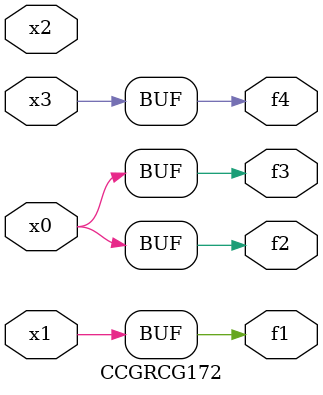
<source format=v>
module CCGRCG172(
	input x0, x1, x2, x3,
	output f1, f2, f3, f4
);
	assign f1 = x1;
	assign f2 = x0;
	assign f3 = x0;
	assign f4 = x3;
endmodule

</source>
